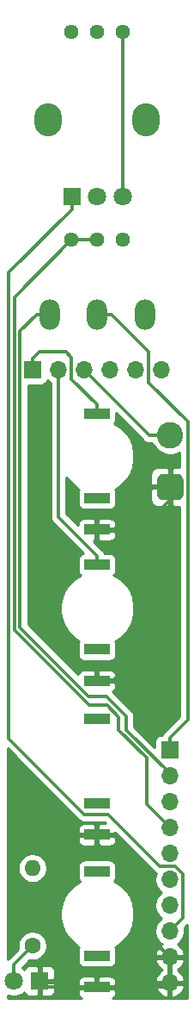
<source format=gbl>
G04 #@! TF.GenerationSoftware,KiCad,Pcbnew,(5.1.5-0-10_14)*
G04 #@! TF.CreationDate,2020-10-09T22:17:27-04:00*
G04 #@! TF.ProjectId,AYOM - VCA Control Board,41594f4d-202d-4205-9643-4120436f6e74,1.1*
G04 #@! TF.SameCoordinates,Original*
G04 #@! TF.FileFunction,Copper,L2,Bot*
G04 #@! TF.FilePolarity,Positive*
%FSLAX46Y46*%
G04 Gerber Fmt 4.6, Leading zero omitted, Abs format (unit mm)*
G04 Created by KiCad (PCBNEW (5.1.5-0-10_14)) date 2020-10-09 22:17:27*
%MOMM*%
%LPD*%
G04 APERTURE LIST*
%ADD10R,1.700000X1.700000*%
%ADD11O,1.700000X1.700000*%
%ADD12C,1.440000*%
%ADD13R,1.800000X1.800000*%
%ADD14C,1.800000*%
%ADD15O,2.720000X3.240000*%
%ADD16C,0.100000*%
%ADD17C,2.600000*%
%ADD18O,2.000000X3.000000*%
%ADD19R,2.500000X1.000000*%
%ADD20C,1.600000*%
%ADD21O,1.600000X1.600000*%
%ADD22C,0.300000*%
%ADD23C,0.254000*%
G04 APERTURE END LIST*
D10*
X79150000Y-90614500D03*
D11*
X81690000Y-90614500D03*
X84230000Y-90614500D03*
X86770000Y-90614500D03*
X89310000Y-90614500D03*
X91850000Y-90614500D03*
D10*
X92646500Y-127965000D03*
D11*
X92646500Y-130505000D03*
X92646500Y-133045000D03*
X92646500Y-135585000D03*
X92646500Y-138125000D03*
X92646500Y-140665000D03*
X92646500Y-143205000D03*
X92646500Y-145745000D03*
X92646500Y-148285000D03*
X92646500Y-150825000D03*
D12*
X88030000Y-77851000D03*
X85490000Y-77851000D03*
X82950000Y-77851000D03*
X88050000Y-57404000D03*
X85510000Y-57404000D03*
X82970000Y-57404000D03*
D13*
X83000000Y-73556000D03*
D14*
X85500000Y-73556000D03*
X88000000Y-73556000D03*
D15*
X90300000Y-66056000D03*
X80700000Y-66056000D03*
G04 #@! TA.AperFunction,ComponentPad*
D16*
G36*
X93423711Y-100811130D02*
G01*
X93486809Y-100820490D01*
X93548685Y-100835989D01*
X93608744Y-100857478D01*
X93666408Y-100884751D01*
X93721121Y-100917545D01*
X93772356Y-100955543D01*
X93819619Y-100998381D01*
X93862457Y-101045644D01*
X93900455Y-101096879D01*
X93933249Y-101151592D01*
X93960522Y-101209256D01*
X93982011Y-101269315D01*
X93997510Y-101331191D01*
X94006870Y-101394289D01*
X94010000Y-101458000D01*
X94010000Y-102758000D01*
X94006870Y-102821711D01*
X93997510Y-102884809D01*
X93982011Y-102946685D01*
X93960522Y-103006744D01*
X93933249Y-103064408D01*
X93900455Y-103119121D01*
X93862457Y-103170356D01*
X93819619Y-103217619D01*
X93772356Y-103260457D01*
X93721121Y-103298455D01*
X93666408Y-103331249D01*
X93608744Y-103358522D01*
X93548685Y-103380011D01*
X93486809Y-103395510D01*
X93423711Y-103404870D01*
X93360000Y-103408000D01*
X92060000Y-103408000D01*
X91996289Y-103404870D01*
X91933191Y-103395510D01*
X91871315Y-103380011D01*
X91811256Y-103358522D01*
X91753592Y-103331249D01*
X91698879Y-103298455D01*
X91647644Y-103260457D01*
X91600381Y-103217619D01*
X91557543Y-103170356D01*
X91519545Y-103119121D01*
X91486751Y-103064408D01*
X91459478Y-103006744D01*
X91437989Y-102946685D01*
X91422490Y-102884809D01*
X91413130Y-102821711D01*
X91410000Y-102758000D01*
X91410000Y-101458000D01*
X91413130Y-101394289D01*
X91422490Y-101331191D01*
X91437989Y-101269315D01*
X91459478Y-101209256D01*
X91486751Y-101151592D01*
X91519545Y-101096879D01*
X91557543Y-101045644D01*
X91600381Y-100998381D01*
X91647644Y-100955543D01*
X91698879Y-100917545D01*
X91753592Y-100884751D01*
X91811256Y-100857478D01*
X91871315Y-100835989D01*
X91933191Y-100820490D01*
X91996289Y-100811130D01*
X92060000Y-100808000D01*
X93360000Y-100808000D01*
X93423711Y-100811130D01*
G37*
G04 #@! TD.AperFunction*
D17*
X92710000Y-97028000D03*
D18*
X80822800Y-85189800D03*
X85522800Y-85189800D03*
X90222800Y-85189800D03*
D19*
X85471000Y-94902000D03*
X85471000Y-103202000D03*
X85471000Y-106302000D03*
X85471000Y-109761000D03*
X85471000Y-118061000D03*
X85471000Y-121161000D03*
X85471000Y-124874000D03*
X85471000Y-133174000D03*
X85471000Y-136274000D03*
X85471000Y-139860000D03*
X85471000Y-148160000D03*
X85471000Y-151260000D03*
D13*
X79814000Y-150633000D03*
D14*
X77274000Y-150633000D03*
D20*
X79114000Y-147183000D03*
D21*
X79114000Y-139563000D03*
D22*
X87021000Y-121161000D02*
X92710000Y-115472000D01*
X85471000Y-121161000D02*
X87021000Y-121161000D01*
X92710000Y-115472000D02*
X92710000Y-103408000D01*
X87021000Y-106302000D02*
X85471000Y-106302000D01*
X89816000Y-106302000D02*
X87021000Y-106302000D01*
X92710000Y-103408000D02*
X89816000Y-106302000D01*
X92710000Y-102108000D02*
X92710000Y-103408000D01*
X85471000Y-137074000D02*
X89814000Y-141417000D01*
X85471000Y-136274000D02*
X85471000Y-137074000D01*
X89814000Y-145452500D02*
X92646500Y-148285000D01*
X89814000Y-141417000D02*
X89814000Y-145452500D01*
X92211500Y-151260000D02*
X92646500Y-150825000D01*
X85471000Y-151260000D02*
X92211500Y-151260000D01*
X80441000Y-151260000D02*
X79814000Y-150633000D01*
X85471000Y-151260000D02*
X80441000Y-151260000D01*
X79150000Y-89464500D02*
X79150000Y-90614500D01*
X79781500Y-88833000D02*
X79150000Y-89464500D01*
X82414000Y-88833000D02*
X79781500Y-88833000D01*
X82960000Y-89379000D02*
X82414000Y-88833000D01*
X82960000Y-91490700D02*
X82960000Y-89379000D01*
X85471000Y-94001700D02*
X82960000Y-91490700D01*
X85471000Y-94902000D02*
X85471000Y-94001700D01*
X85471000Y-109761000D02*
X85471000Y-108860700D01*
X85471000Y-108860700D02*
X81690000Y-105079700D01*
X81690000Y-105079700D02*
X81690000Y-90614500D01*
X90643500Y-97028000D02*
X84230000Y-90614500D01*
X92710000Y-97028000D02*
X90643500Y-97028000D01*
X92646500Y-127965000D02*
X92646500Y-126714700D01*
X85522800Y-85189800D02*
X86923100Y-85189800D01*
X86923100Y-85189800D02*
X90580000Y-88846700D01*
X90580000Y-88846700D02*
X90580000Y-91869800D01*
X90580000Y-91869800D02*
X94427500Y-95717300D01*
X94427500Y-95717300D02*
X94427500Y-124933700D01*
X94427500Y-124933700D02*
X92646500Y-126714700D01*
X77899700Y-86812900D02*
X79522800Y-85189800D01*
X79522800Y-85189800D02*
X80822800Y-85189800D01*
X77899700Y-115931300D02*
X77899700Y-86812900D01*
X84658300Y-122689900D02*
X77899700Y-115931300D01*
X86412500Y-122689900D02*
X84658300Y-122689900D01*
X88375700Y-124653100D02*
X86412500Y-122689900D01*
X88375700Y-125973700D02*
X88375700Y-124653100D01*
X92646500Y-130244500D02*
X92646500Y-130505000D01*
X88375700Y-125973700D02*
X92646500Y-130244500D01*
X82950000Y-77851000D02*
X77349400Y-83451600D01*
X77349400Y-83451600D02*
X77349400Y-116172800D01*
X77349400Y-116172800D02*
X84691800Y-123515200D01*
X84691800Y-123515200D02*
X86459600Y-123515200D01*
X86459600Y-123515200D02*
X87630800Y-124686400D01*
X87630800Y-124686400D02*
X87630800Y-126007200D01*
X82950000Y-77851000D02*
X85490000Y-77851000D01*
X87630800Y-126007200D02*
X90364000Y-128740400D01*
X90364000Y-133302500D02*
X92646500Y-135585000D01*
X90364000Y-128740400D02*
X90364000Y-133302500D01*
X88000000Y-73556000D02*
X88000000Y-57454000D01*
X88000000Y-57454000D02*
X88050000Y-57404000D01*
X93936100Y-140119800D02*
X93936100Y-144455400D01*
X93211300Y-139395000D02*
X93936100Y-140119800D01*
X93936100Y-144455400D02*
X92646500Y-145745000D01*
X91702800Y-139395000D02*
X93211300Y-139395000D01*
X84214100Y-134254100D02*
X86561900Y-134254100D01*
X76799000Y-126839000D02*
X84214100Y-134254100D01*
X76799000Y-81057300D02*
X76799000Y-126839000D01*
X86561900Y-134254100D02*
X91702800Y-139395000D01*
X83000000Y-74856300D02*
X76799000Y-81057300D01*
X83000000Y-73556000D02*
X83000000Y-74856300D01*
X77274000Y-149023000D02*
X79114000Y-147183000D01*
X77274000Y-150633000D02*
X77274000Y-149023000D01*
D23*
G36*
X83631758Y-134781916D02*
G01*
X83656336Y-134811864D01*
X83686284Y-134836442D01*
X83686287Y-134836445D01*
X83715659Y-134860550D01*
X83775867Y-134909962D01*
X83912240Y-134982854D01*
X84060213Y-135027742D01*
X84135126Y-135035120D01*
X84175539Y-135039100D01*
X84175544Y-135039100D01*
X84214100Y-135042897D01*
X84252655Y-135039100D01*
X86236743Y-135039100D01*
X86334801Y-135137158D01*
X85756750Y-135139000D01*
X85598000Y-135297750D01*
X85598000Y-136147000D01*
X87197250Y-136147000D01*
X87270947Y-136073304D01*
X91120453Y-139922810D01*
X91145036Y-139952764D01*
X91264567Y-140050862D01*
X91288282Y-140063538D01*
X91218568Y-140231842D01*
X91161500Y-140518740D01*
X91161500Y-140811260D01*
X91218568Y-141098158D01*
X91330510Y-141368411D01*
X91493025Y-141611632D01*
X91699868Y-141818475D01*
X91874260Y-141935000D01*
X91699868Y-142051525D01*
X91493025Y-142258368D01*
X91330510Y-142501589D01*
X91218568Y-142771842D01*
X91161500Y-143058740D01*
X91161500Y-143351260D01*
X91218568Y-143638158D01*
X91330510Y-143908411D01*
X91493025Y-144151632D01*
X91699868Y-144358475D01*
X91874260Y-144475000D01*
X91699868Y-144591525D01*
X91493025Y-144798368D01*
X91330510Y-145041589D01*
X91218568Y-145311842D01*
X91161500Y-145598740D01*
X91161500Y-145891260D01*
X91218568Y-146178158D01*
X91330510Y-146448411D01*
X91493025Y-146691632D01*
X91699868Y-146898475D01*
X91882034Y-147020195D01*
X91765145Y-147089822D01*
X91548912Y-147284731D01*
X91374859Y-147518080D01*
X91249675Y-147780901D01*
X91205024Y-147928110D01*
X91326345Y-148158000D01*
X92519500Y-148158000D01*
X92519500Y-148138000D01*
X92773500Y-148138000D01*
X92773500Y-148158000D01*
X93966655Y-148158000D01*
X94087976Y-147928110D01*
X94043325Y-147780901D01*
X93918141Y-147518080D01*
X93744088Y-147284731D01*
X93527855Y-147089822D01*
X93410966Y-147020195D01*
X93593132Y-146898475D01*
X93799975Y-146691632D01*
X93962490Y-146448411D01*
X94074432Y-146178158D01*
X94131500Y-145891260D01*
X94131500Y-145598740D01*
X94093575Y-145408082D01*
X94340001Y-145161656D01*
X94340001Y-152340000D01*
X86982957Y-152340000D01*
X87075494Y-152290537D01*
X87172185Y-152211185D01*
X87251537Y-152114494D01*
X87310502Y-152004180D01*
X87346812Y-151884482D01*
X87359072Y-151760000D01*
X87356000Y-151545750D01*
X87197250Y-151387000D01*
X85598000Y-151387000D01*
X85598000Y-151407000D01*
X85344000Y-151407000D01*
X85344000Y-151387000D01*
X83744750Y-151387000D01*
X83586000Y-151545750D01*
X83582928Y-151760000D01*
X83595188Y-151884482D01*
X83631498Y-152004180D01*
X83690463Y-152114494D01*
X83769815Y-152211185D01*
X83866506Y-152290537D01*
X83959043Y-152340000D01*
X76660000Y-152340000D01*
X76660000Y-152040145D01*
X76826257Y-152109011D01*
X77122816Y-152168000D01*
X77425184Y-152168000D01*
X77721743Y-152109011D01*
X78001095Y-151993299D01*
X78252505Y-151825312D01*
X78318944Y-151758873D01*
X78324498Y-151777180D01*
X78383463Y-151887494D01*
X78462815Y-151984185D01*
X78559506Y-152063537D01*
X78669820Y-152122502D01*
X78789518Y-152158812D01*
X78914000Y-152171072D01*
X79528250Y-152168000D01*
X79687000Y-152009250D01*
X79687000Y-150760000D01*
X79941000Y-150760000D01*
X79941000Y-152009250D01*
X80099750Y-152168000D01*
X80714000Y-152171072D01*
X80838482Y-152158812D01*
X80958180Y-152122502D01*
X81068494Y-152063537D01*
X81165185Y-151984185D01*
X81244537Y-151887494D01*
X81303502Y-151777180D01*
X81339812Y-151657482D01*
X81352072Y-151533000D01*
X81350317Y-151181890D01*
X91205024Y-151181890D01*
X91249675Y-151329099D01*
X91374859Y-151591920D01*
X91548912Y-151825269D01*
X91765145Y-152020178D01*
X92015248Y-152169157D01*
X92289609Y-152266481D01*
X92519500Y-152145814D01*
X92519500Y-150952000D01*
X92773500Y-150952000D01*
X92773500Y-152145814D01*
X93003391Y-152266481D01*
X93277752Y-152169157D01*
X93527855Y-152020178D01*
X93744088Y-151825269D01*
X93918141Y-151591920D01*
X94043325Y-151329099D01*
X94087976Y-151181890D01*
X93966655Y-150952000D01*
X92773500Y-150952000D01*
X92519500Y-150952000D01*
X91326345Y-150952000D01*
X91205024Y-151181890D01*
X81350317Y-151181890D01*
X81349000Y-150918750D01*
X81190250Y-150760000D01*
X83582928Y-150760000D01*
X83586000Y-150974250D01*
X83744750Y-151133000D01*
X85344000Y-151133000D01*
X85344000Y-150283750D01*
X85598000Y-150283750D01*
X85598000Y-151133000D01*
X87197250Y-151133000D01*
X87356000Y-150974250D01*
X87359072Y-150760000D01*
X87346812Y-150635518D01*
X87310502Y-150515820D01*
X87251537Y-150405506D01*
X87172185Y-150308815D01*
X87075494Y-150229463D01*
X86965180Y-150170498D01*
X86845482Y-150134188D01*
X86721000Y-150121928D01*
X85756750Y-150125000D01*
X85598000Y-150283750D01*
X85344000Y-150283750D01*
X85185250Y-150125000D01*
X84221000Y-150121928D01*
X84096518Y-150134188D01*
X83976820Y-150170498D01*
X83866506Y-150229463D01*
X83769815Y-150308815D01*
X83690463Y-150405506D01*
X83631498Y-150515820D01*
X83595188Y-150635518D01*
X83582928Y-150760000D01*
X81190250Y-150760000D01*
X79941000Y-150760000D01*
X79687000Y-150760000D01*
X79667000Y-150760000D01*
X79667000Y-150506000D01*
X79687000Y-150506000D01*
X79687000Y-149256750D01*
X79941000Y-149256750D01*
X79941000Y-150506000D01*
X81190250Y-150506000D01*
X81349000Y-150347250D01*
X81352072Y-149733000D01*
X81339812Y-149608518D01*
X81303502Y-149488820D01*
X81244537Y-149378506D01*
X81165185Y-149281815D01*
X81068494Y-149202463D01*
X80958180Y-149143498D01*
X80838482Y-149107188D01*
X80714000Y-149094928D01*
X80099750Y-149098000D01*
X79941000Y-149256750D01*
X79687000Y-149256750D01*
X79528250Y-149098000D01*
X78914000Y-149094928D01*
X78789518Y-149107188D01*
X78669820Y-149143498D01*
X78559506Y-149202463D01*
X78462815Y-149281815D01*
X78383463Y-149378506D01*
X78324498Y-149488820D01*
X78318944Y-149507127D01*
X78252505Y-149440688D01*
X78081039Y-149326118D01*
X78819604Y-148587554D01*
X78972665Y-148618000D01*
X79255335Y-148618000D01*
X79532574Y-148562853D01*
X79793727Y-148454680D01*
X80028759Y-148297637D01*
X80228637Y-148097759D01*
X80385680Y-147862727D01*
X80493853Y-147601574D01*
X80549000Y-147324335D01*
X80549000Y-147041665D01*
X80493853Y-146764426D01*
X80385680Y-146503273D01*
X80228637Y-146268241D01*
X80028759Y-146068363D01*
X79793727Y-145911320D01*
X79532574Y-145803147D01*
X79255335Y-145748000D01*
X78972665Y-145748000D01*
X78695426Y-145803147D01*
X78434273Y-145911320D01*
X78199241Y-146068363D01*
X77999363Y-146268241D01*
X77842320Y-146503273D01*
X77734147Y-146764426D01*
X77679000Y-147041665D01*
X77679000Y-147324335D01*
X77709446Y-147477396D01*
X76746185Y-148440658D01*
X76716237Y-148465236D01*
X76691659Y-148495184D01*
X76691655Y-148495188D01*
X76660000Y-148533760D01*
X76660000Y-143737264D01*
X81836653Y-143737264D01*
X81836653Y-144458880D01*
X81977434Y-145166631D01*
X82253584Y-145833317D01*
X82654493Y-146433319D01*
X83164753Y-146943579D01*
X83696112Y-147298622D01*
X83690463Y-147305506D01*
X83631498Y-147415820D01*
X83595188Y-147535518D01*
X83582928Y-147660000D01*
X83582928Y-148660000D01*
X83595188Y-148784482D01*
X83631498Y-148904180D01*
X83690463Y-149014494D01*
X83769815Y-149111185D01*
X83866506Y-149190537D01*
X83976820Y-149249502D01*
X84096518Y-149285812D01*
X84221000Y-149298072D01*
X86721000Y-149298072D01*
X86845482Y-149285812D01*
X86965180Y-149249502D01*
X87075494Y-149190537D01*
X87172185Y-149111185D01*
X87251537Y-149014494D01*
X87310502Y-148904180D01*
X87346812Y-148784482D01*
X87359072Y-148660000D01*
X87359072Y-148641890D01*
X91205024Y-148641890D01*
X91249675Y-148789099D01*
X91374859Y-149051920D01*
X91548912Y-149285269D01*
X91765145Y-149480178D01*
X91890755Y-149555000D01*
X91765145Y-149629822D01*
X91548912Y-149824731D01*
X91374859Y-150058080D01*
X91249675Y-150320901D01*
X91205024Y-150468110D01*
X91326345Y-150698000D01*
X92519500Y-150698000D01*
X92519500Y-148412000D01*
X92773500Y-148412000D01*
X92773500Y-150698000D01*
X93966655Y-150698000D01*
X94087976Y-150468110D01*
X94043325Y-150320901D01*
X93918141Y-150058080D01*
X93744088Y-149824731D01*
X93527855Y-149629822D01*
X93402245Y-149555000D01*
X93527855Y-149480178D01*
X93744088Y-149285269D01*
X93918141Y-149051920D01*
X94043325Y-148789099D01*
X94087976Y-148641890D01*
X93966655Y-148412000D01*
X92773500Y-148412000D01*
X92519500Y-148412000D01*
X91326345Y-148412000D01*
X91205024Y-148641890D01*
X87359072Y-148641890D01*
X87359072Y-147660000D01*
X87346812Y-147535518D01*
X87310502Y-147415820D01*
X87262603Y-147326208D01*
X87835247Y-146943579D01*
X88345507Y-146433319D01*
X88746416Y-145833317D01*
X89022566Y-145166631D01*
X89163347Y-144458880D01*
X89163347Y-143737264D01*
X89022566Y-143029513D01*
X88746416Y-142362827D01*
X88345507Y-141762825D01*
X87835247Y-141252565D01*
X87235245Y-140851656D01*
X87160564Y-140820722D01*
X87172185Y-140811185D01*
X87251537Y-140714494D01*
X87310502Y-140604180D01*
X87346812Y-140484482D01*
X87359072Y-140360000D01*
X87359072Y-139360000D01*
X87346812Y-139235518D01*
X87310502Y-139115820D01*
X87251537Y-139005506D01*
X87172185Y-138908815D01*
X87075494Y-138829463D01*
X86965180Y-138770498D01*
X86845482Y-138734188D01*
X86721000Y-138721928D01*
X84221000Y-138721928D01*
X84096518Y-138734188D01*
X83976820Y-138770498D01*
X83866506Y-138829463D01*
X83769815Y-138908815D01*
X83690463Y-139005506D01*
X83631498Y-139115820D01*
X83595188Y-139235518D01*
X83582928Y-139360000D01*
X83582928Y-140360000D01*
X83595188Y-140484482D01*
X83631498Y-140604180D01*
X83690463Y-140714494D01*
X83769815Y-140811185D01*
X83800891Y-140836688D01*
X83764755Y-140851656D01*
X83164753Y-141252565D01*
X82654493Y-141762825D01*
X82253584Y-142362827D01*
X81977434Y-143029513D01*
X81836653Y-143737264D01*
X76660000Y-143737264D01*
X76660000Y-139421665D01*
X77679000Y-139421665D01*
X77679000Y-139704335D01*
X77734147Y-139981574D01*
X77842320Y-140242727D01*
X77999363Y-140477759D01*
X78199241Y-140677637D01*
X78434273Y-140834680D01*
X78695426Y-140942853D01*
X78972665Y-140998000D01*
X79255335Y-140998000D01*
X79532574Y-140942853D01*
X79793727Y-140834680D01*
X80028759Y-140677637D01*
X80228637Y-140477759D01*
X80385680Y-140242727D01*
X80493853Y-139981574D01*
X80549000Y-139704335D01*
X80549000Y-139421665D01*
X80493853Y-139144426D01*
X80385680Y-138883273D01*
X80228637Y-138648241D01*
X80028759Y-138448363D01*
X79793727Y-138291320D01*
X79532574Y-138183147D01*
X79255335Y-138128000D01*
X78972665Y-138128000D01*
X78695426Y-138183147D01*
X78434273Y-138291320D01*
X78199241Y-138448363D01*
X77999363Y-138648241D01*
X77842320Y-138883273D01*
X77734147Y-139144426D01*
X77679000Y-139421665D01*
X76660000Y-139421665D01*
X76660000Y-136774000D01*
X83582928Y-136774000D01*
X83595188Y-136898482D01*
X83631498Y-137018180D01*
X83690463Y-137128494D01*
X83769815Y-137225185D01*
X83866506Y-137304537D01*
X83976820Y-137363502D01*
X84096518Y-137399812D01*
X84221000Y-137412072D01*
X85185250Y-137409000D01*
X85344000Y-137250250D01*
X85344000Y-136401000D01*
X85598000Y-136401000D01*
X85598000Y-137250250D01*
X85756750Y-137409000D01*
X86721000Y-137412072D01*
X86845482Y-137399812D01*
X86965180Y-137363502D01*
X87075494Y-137304537D01*
X87172185Y-137225185D01*
X87251537Y-137128494D01*
X87310502Y-137018180D01*
X87346812Y-136898482D01*
X87359072Y-136774000D01*
X87356000Y-136559750D01*
X87197250Y-136401000D01*
X85598000Y-136401000D01*
X85344000Y-136401000D01*
X83744750Y-136401000D01*
X83586000Y-136559750D01*
X83582928Y-136774000D01*
X76660000Y-136774000D01*
X76660000Y-135774000D01*
X83582928Y-135774000D01*
X83586000Y-135988250D01*
X83744750Y-136147000D01*
X85344000Y-136147000D01*
X85344000Y-135297750D01*
X85185250Y-135139000D01*
X84221000Y-135135928D01*
X84096518Y-135148188D01*
X83976820Y-135184498D01*
X83866506Y-135243463D01*
X83769815Y-135322815D01*
X83690463Y-135419506D01*
X83631498Y-135529820D01*
X83595188Y-135649518D01*
X83582928Y-135774000D01*
X76660000Y-135774000D01*
X76660000Y-127810157D01*
X83631758Y-134781916D01*
G37*
X83631758Y-134781916D02*
X83656336Y-134811864D01*
X83686284Y-134836442D01*
X83686287Y-134836445D01*
X83715659Y-134860550D01*
X83775867Y-134909962D01*
X83912240Y-134982854D01*
X84060213Y-135027742D01*
X84135126Y-135035120D01*
X84175539Y-135039100D01*
X84175544Y-135039100D01*
X84214100Y-135042897D01*
X84252655Y-135039100D01*
X86236743Y-135039100D01*
X86334801Y-135137158D01*
X85756750Y-135139000D01*
X85598000Y-135297750D01*
X85598000Y-136147000D01*
X87197250Y-136147000D01*
X87270947Y-136073304D01*
X91120453Y-139922810D01*
X91145036Y-139952764D01*
X91264567Y-140050862D01*
X91288282Y-140063538D01*
X91218568Y-140231842D01*
X91161500Y-140518740D01*
X91161500Y-140811260D01*
X91218568Y-141098158D01*
X91330510Y-141368411D01*
X91493025Y-141611632D01*
X91699868Y-141818475D01*
X91874260Y-141935000D01*
X91699868Y-142051525D01*
X91493025Y-142258368D01*
X91330510Y-142501589D01*
X91218568Y-142771842D01*
X91161500Y-143058740D01*
X91161500Y-143351260D01*
X91218568Y-143638158D01*
X91330510Y-143908411D01*
X91493025Y-144151632D01*
X91699868Y-144358475D01*
X91874260Y-144475000D01*
X91699868Y-144591525D01*
X91493025Y-144798368D01*
X91330510Y-145041589D01*
X91218568Y-145311842D01*
X91161500Y-145598740D01*
X91161500Y-145891260D01*
X91218568Y-146178158D01*
X91330510Y-146448411D01*
X91493025Y-146691632D01*
X91699868Y-146898475D01*
X91882034Y-147020195D01*
X91765145Y-147089822D01*
X91548912Y-147284731D01*
X91374859Y-147518080D01*
X91249675Y-147780901D01*
X91205024Y-147928110D01*
X91326345Y-148158000D01*
X92519500Y-148158000D01*
X92519500Y-148138000D01*
X92773500Y-148138000D01*
X92773500Y-148158000D01*
X93966655Y-148158000D01*
X94087976Y-147928110D01*
X94043325Y-147780901D01*
X93918141Y-147518080D01*
X93744088Y-147284731D01*
X93527855Y-147089822D01*
X93410966Y-147020195D01*
X93593132Y-146898475D01*
X93799975Y-146691632D01*
X93962490Y-146448411D01*
X94074432Y-146178158D01*
X94131500Y-145891260D01*
X94131500Y-145598740D01*
X94093575Y-145408082D01*
X94340001Y-145161656D01*
X94340001Y-152340000D01*
X86982957Y-152340000D01*
X87075494Y-152290537D01*
X87172185Y-152211185D01*
X87251537Y-152114494D01*
X87310502Y-152004180D01*
X87346812Y-151884482D01*
X87359072Y-151760000D01*
X87356000Y-151545750D01*
X87197250Y-151387000D01*
X85598000Y-151387000D01*
X85598000Y-151407000D01*
X85344000Y-151407000D01*
X85344000Y-151387000D01*
X83744750Y-151387000D01*
X83586000Y-151545750D01*
X83582928Y-151760000D01*
X83595188Y-151884482D01*
X83631498Y-152004180D01*
X83690463Y-152114494D01*
X83769815Y-152211185D01*
X83866506Y-152290537D01*
X83959043Y-152340000D01*
X76660000Y-152340000D01*
X76660000Y-152040145D01*
X76826257Y-152109011D01*
X77122816Y-152168000D01*
X77425184Y-152168000D01*
X77721743Y-152109011D01*
X78001095Y-151993299D01*
X78252505Y-151825312D01*
X78318944Y-151758873D01*
X78324498Y-151777180D01*
X78383463Y-151887494D01*
X78462815Y-151984185D01*
X78559506Y-152063537D01*
X78669820Y-152122502D01*
X78789518Y-152158812D01*
X78914000Y-152171072D01*
X79528250Y-152168000D01*
X79687000Y-152009250D01*
X79687000Y-150760000D01*
X79941000Y-150760000D01*
X79941000Y-152009250D01*
X80099750Y-152168000D01*
X80714000Y-152171072D01*
X80838482Y-152158812D01*
X80958180Y-152122502D01*
X81068494Y-152063537D01*
X81165185Y-151984185D01*
X81244537Y-151887494D01*
X81303502Y-151777180D01*
X81339812Y-151657482D01*
X81352072Y-151533000D01*
X81350317Y-151181890D01*
X91205024Y-151181890D01*
X91249675Y-151329099D01*
X91374859Y-151591920D01*
X91548912Y-151825269D01*
X91765145Y-152020178D01*
X92015248Y-152169157D01*
X92289609Y-152266481D01*
X92519500Y-152145814D01*
X92519500Y-150952000D01*
X92773500Y-150952000D01*
X92773500Y-152145814D01*
X93003391Y-152266481D01*
X93277752Y-152169157D01*
X93527855Y-152020178D01*
X93744088Y-151825269D01*
X93918141Y-151591920D01*
X94043325Y-151329099D01*
X94087976Y-151181890D01*
X93966655Y-150952000D01*
X92773500Y-150952000D01*
X92519500Y-150952000D01*
X91326345Y-150952000D01*
X91205024Y-151181890D01*
X81350317Y-151181890D01*
X81349000Y-150918750D01*
X81190250Y-150760000D01*
X83582928Y-150760000D01*
X83586000Y-150974250D01*
X83744750Y-151133000D01*
X85344000Y-151133000D01*
X85344000Y-150283750D01*
X85598000Y-150283750D01*
X85598000Y-151133000D01*
X87197250Y-151133000D01*
X87356000Y-150974250D01*
X87359072Y-150760000D01*
X87346812Y-150635518D01*
X87310502Y-150515820D01*
X87251537Y-150405506D01*
X87172185Y-150308815D01*
X87075494Y-150229463D01*
X86965180Y-150170498D01*
X86845482Y-150134188D01*
X86721000Y-150121928D01*
X85756750Y-150125000D01*
X85598000Y-150283750D01*
X85344000Y-150283750D01*
X85185250Y-150125000D01*
X84221000Y-150121928D01*
X84096518Y-150134188D01*
X83976820Y-150170498D01*
X83866506Y-150229463D01*
X83769815Y-150308815D01*
X83690463Y-150405506D01*
X83631498Y-150515820D01*
X83595188Y-150635518D01*
X83582928Y-150760000D01*
X81190250Y-150760000D01*
X79941000Y-150760000D01*
X79687000Y-150760000D01*
X79667000Y-150760000D01*
X79667000Y-150506000D01*
X79687000Y-150506000D01*
X79687000Y-149256750D01*
X79941000Y-149256750D01*
X79941000Y-150506000D01*
X81190250Y-150506000D01*
X81349000Y-150347250D01*
X81352072Y-149733000D01*
X81339812Y-149608518D01*
X81303502Y-149488820D01*
X81244537Y-149378506D01*
X81165185Y-149281815D01*
X81068494Y-149202463D01*
X80958180Y-149143498D01*
X80838482Y-149107188D01*
X80714000Y-149094928D01*
X80099750Y-149098000D01*
X79941000Y-149256750D01*
X79687000Y-149256750D01*
X79528250Y-149098000D01*
X78914000Y-149094928D01*
X78789518Y-149107188D01*
X78669820Y-149143498D01*
X78559506Y-149202463D01*
X78462815Y-149281815D01*
X78383463Y-149378506D01*
X78324498Y-149488820D01*
X78318944Y-149507127D01*
X78252505Y-149440688D01*
X78081039Y-149326118D01*
X78819604Y-148587554D01*
X78972665Y-148618000D01*
X79255335Y-148618000D01*
X79532574Y-148562853D01*
X79793727Y-148454680D01*
X80028759Y-148297637D01*
X80228637Y-148097759D01*
X80385680Y-147862727D01*
X80493853Y-147601574D01*
X80549000Y-147324335D01*
X80549000Y-147041665D01*
X80493853Y-146764426D01*
X80385680Y-146503273D01*
X80228637Y-146268241D01*
X80028759Y-146068363D01*
X79793727Y-145911320D01*
X79532574Y-145803147D01*
X79255335Y-145748000D01*
X78972665Y-145748000D01*
X78695426Y-145803147D01*
X78434273Y-145911320D01*
X78199241Y-146068363D01*
X77999363Y-146268241D01*
X77842320Y-146503273D01*
X77734147Y-146764426D01*
X77679000Y-147041665D01*
X77679000Y-147324335D01*
X77709446Y-147477396D01*
X76746185Y-148440658D01*
X76716237Y-148465236D01*
X76691659Y-148495184D01*
X76691655Y-148495188D01*
X76660000Y-148533760D01*
X76660000Y-143737264D01*
X81836653Y-143737264D01*
X81836653Y-144458880D01*
X81977434Y-145166631D01*
X82253584Y-145833317D01*
X82654493Y-146433319D01*
X83164753Y-146943579D01*
X83696112Y-147298622D01*
X83690463Y-147305506D01*
X83631498Y-147415820D01*
X83595188Y-147535518D01*
X83582928Y-147660000D01*
X83582928Y-148660000D01*
X83595188Y-148784482D01*
X83631498Y-148904180D01*
X83690463Y-149014494D01*
X83769815Y-149111185D01*
X83866506Y-149190537D01*
X83976820Y-149249502D01*
X84096518Y-149285812D01*
X84221000Y-149298072D01*
X86721000Y-149298072D01*
X86845482Y-149285812D01*
X86965180Y-149249502D01*
X87075494Y-149190537D01*
X87172185Y-149111185D01*
X87251537Y-149014494D01*
X87310502Y-148904180D01*
X87346812Y-148784482D01*
X87359072Y-148660000D01*
X87359072Y-148641890D01*
X91205024Y-148641890D01*
X91249675Y-148789099D01*
X91374859Y-149051920D01*
X91548912Y-149285269D01*
X91765145Y-149480178D01*
X91890755Y-149555000D01*
X91765145Y-149629822D01*
X91548912Y-149824731D01*
X91374859Y-150058080D01*
X91249675Y-150320901D01*
X91205024Y-150468110D01*
X91326345Y-150698000D01*
X92519500Y-150698000D01*
X92519500Y-148412000D01*
X92773500Y-148412000D01*
X92773500Y-150698000D01*
X93966655Y-150698000D01*
X94087976Y-150468110D01*
X94043325Y-150320901D01*
X93918141Y-150058080D01*
X93744088Y-149824731D01*
X93527855Y-149629822D01*
X93402245Y-149555000D01*
X93527855Y-149480178D01*
X93744088Y-149285269D01*
X93918141Y-149051920D01*
X94043325Y-148789099D01*
X94087976Y-148641890D01*
X93966655Y-148412000D01*
X92773500Y-148412000D01*
X92519500Y-148412000D01*
X91326345Y-148412000D01*
X91205024Y-148641890D01*
X87359072Y-148641890D01*
X87359072Y-147660000D01*
X87346812Y-147535518D01*
X87310502Y-147415820D01*
X87262603Y-147326208D01*
X87835247Y-146943579D01*
X88345507Y-146433319D01*
X88746416Y-145833317D01*
X89022566Y-145166631D01*
X89163347Y-144458880D01*
X89163347Y-143737264D01*
X89022566Y-143029513D01*
X88746416Y-142362827D01*
X88345507Y-141762825D01*
X87835247Y-141252565D01*
X87235245Y-140851656D01*
X87160564Y-140820722D01*
X87172185Y-140811185D01*
X87251537Y-140714494D01*
X87310502Y-140604180D01*
X87346812Y-140484482D01*
X87359072Y-140360000D01*
X87359072Y-139360000D01*
X87346812Y-139235518D01*
X87310502Y-139115820D01*
X87251537Y-139005506D01*
X87172185Y-138908815D01*
X87075494Y-138829463D01*
X86965180Y-138770498D01*
X86845482Y-138734188D01*
X86721000Y-138721928D01*
X84221000Y-138721928D01*
X84096518Y-138734188D01*
X83976820Y-138770498D01*
X83866506Y-138829463D01*
X83769815Y-138908815D01*
X83690463Y-139005506D01*
X83631498Y-139115820D01*
X83595188Y-139235518D01*
X83582928Y-139360000D01*
X83582928Y-140360000D01*
X83595188Y-140484482D01*
X83631498Y-140604180D01*
X83690463Y-140714494D01*
X83769815Y-140811185D01*
X83800891Y-140836688D01*
X83764755Y-140851656D01*
X83164753Y-141252565D01*
X82654493Y-141762825D01*
X82253584Y-142362827D01*
X81977434Y-143029513D01*
X81836653Y-143737264D01*
X76660000Y-143737264D01*
X76660000Y-139421665D01*
X77679000Y-139421665D01*
X77679000Y-139704335D01*
X77734147Y-139981574D01*
X77842320Y-140242727D01*
X77999363Y-140477759D01*
X78199241Y-140677637D01*
X78434273Y-140834680D01*
X78695426Y-140942853D01*
X78972665Y-140998000D01*
X79255335Y-140998000D01*
X79532574Y-140942853D01*
X79793727Y-140834680D01*
X80028759Y-140677637D01*
X80228637Y-140477759D01*
X80385680Y-140242727D01*
X80493853Y-139981574D01*
X80549000Y-139704335D01*
X80549000Y-139421665D01*
X80493853Y-139144426D01*
X80385680Y-138883273D01*
X80228637Y-138648241D01*
X80028759Y-138448363D01*
X79793727Y-138291320D01*
X79532574Y-138183147D01*
X79255335Y-138128000D01*
X78972665Y-138128000D01*
X78695426Y-138183147D01*
X78434273Y-138291320D01*
X78199241Y-138448363D01*
X77999363Y-138648241D01*
X77842320Y-138883273D01*
X77734147Y-139144426D01*
X77679000Y-139421665D01*
X76660000Y-139421665D01*
X76660000Y-136774000D01*
X83582928Y-136774000D01*
X83595188Y-136898482D01*
X83631498Y-137018180D01*
X83690463Y-137128494D01*
X83769815Y-137225185D01*
X83866506Y-137304537D01*
X83976820Y-137363502D01*
X84096518Y-137399812D01*
X84221000Y-137412072D01*
X85185250Y-137409000D01*
X85344000Y-137250250D01*
X85344000Y-136401000D01*
X85598000Y-136401000D01*
X85598000Y-137250250D01*
X85756750Y-137409000D01*
X86721000Y-137412072D01*
X86845482Y-137399812D01*
X86965180Y-137363502D01*
X87075494Y-137304537D01*
X87172185Y-137225185D01*
X87251537Y-137128494D01*
X87310502Y-137018180D01*
X87346812Y-136898482D01*
X87359072Y-136774000D01*
X87356000Y-136559750D01*
X87197250Y-136401000D01*
X85598000Y-136401000D01*
X85344000Y-136401000D01*
X83744750Y-136401000D01*
X83586000Y-136559750D01*
X83582928Y-136774000D01*
X76660000Y-136774000D01*
X76660000Y-135774000D01*
X83582928Y-135774000D01*
X83586000Y-135988250D01*
X83744750Y-136147000D01*
X85344000Y-136147000D01*
X85344000Y-135297750D01*
X85185250Y-135139000D01*
X84221000Y-135135928D01*
X84096518Y-135148188D01*
X83976820Y-135184498D01*
X83866506Y-135243463D01*
X83769815Y-135322815D01*
X83690463Y-135419506D01*
X83631498Y-135529820D01*
X83595188Y-135649518D01*
X83582928Y-135774000D01*
X76660000Y-135774000D01*
X76660000Y-127810157D01*
X83631758Y-134781916D01*
G36*
X80743368Y-91767975D02*
G01*
X80905001Y-91875975D01*
X80905000Y-105041147D01*
X80901203Y-105079700D01*
X80905000Y-105118253D01*
X80905000Y-105118260D01*
X80916359Y-105233586D01*
X80961246Y-105381559D01*
X81034138Y-105517932D01*
X81132236Y-105637464D01*
X81162190Y-105662047D01*
X84131850Y-108631708D01*
X84096518Y-108635188D01*
X83976820Y-108671498D01*
X83866506Y-108730463D01*
X83769815Y-108809815D01*
X83690463Y-108906506D01*
X83631498Y-109016820D01*
X83595188Y-109136518D01*
X83582928Y-109261000D01*
X83582928Y-110261000D01*
X83595188Y-110385482D01*
X83631498Y-110505180D01*
X83690463Y-110615494D01*
X83769815Y-110712185D01*
X83838893Y-110768875D01*
X83764755Y-110799584D01*
X83164753Y-111200493D01*
X82654493Y-111710753D01*
X82253584Y-112310755D01*
X81977434Y-112977441D01*
X81836653Y-113685192D01*
X81836653Y-114406808D01*
X81977434Y-115114559D01*
X82253584Y-115781245D01*
X82654493Y-116381247D01*
X83164753Y-116891507D01*
X83676178Y-117233231D01*
X83631498Y-117316820D01*
X83595188Y-117436518D01*
X83582928Y-117561000D01*
X83582928Y-118561000D01*
X83595188Y-118685482D01*
X83631498Y-118805180D01*
X83690463Y-118915494D01*
X83769815Y-119012185D01*
X83866506Y-119091537D01*
X83976820Y-119150502D01*
X84096518Y-119186812D01*
X84221000Y-119199072D01*
X86721000Y-119199072D01*
X86845482Y-119186812D01*
X86965180Y-119150502D01*
X87075494Y-119091537D01*
X87172185Y-119012185D01*
X87251537Y-118915494D01*
X87310502Y-118805180D01*
X87346812Y-118685482D01*
X87359072Y-118561000D01*
X87359072Y-117561000D01*
X87346812Y-117436518D01*
X87310502Y-117316820D01*
X87281085Y-117261786D01*
X87835247Y-116891507D01*
X88345507Y-116381247D01*
X88746416Y-115781245D01*
X89022566Y-115114559D01*
X89163347Y-114406808D01*
X89163347Y-113685192D01*
X89022566Y-112977441D01*
X88746416Y-112310755D01*
X88345507Y-111710753D01*
X87835247Y-111200493D01*
X87235245Y-110799584D01*
X87122562Y-110752909D01*
X87172185Y-110712185D01*
X87251537Y-110615494D01*
X87310502Y-110505180D01*
X87346812Y-110385482D01*
X87359072Y-110261000D01*
X87359072Y-109261000D01*
X87346812Y-109136518D01*
X87310502Y-109016820D01*
X87251537Y-108906506D01*
X87172185Y-108809815D01*
X87075494Y-108730463D01*
X86965180Y-108671498D01*
X86845482Y-108635188D01*
X86721000Y-108622928D01*
X86219195Y-108622928D01*
X86199754Y-108558840D01*
X86126862Y-108422467D01*
X86028764Y-108302936D01*
X85998816Y-108278358D01*
X85157546Y-107437088D01*
X85185250Y-107437000D01*
X85344000Y-107278250D01*
X85344000Y-106429000D01*
X85598000Y-106429000D01*
X85598000Y-107278250D01*
X85756750Y-107437000D01*
X86721000Y-107440072D01*
X86845482Y-107427812D01*
X86965180Y-107391502D01*
X87075494Y-107332537D01*
X87172185Y-107253185D01*
X87251537Y-107156494D01*
X87310502Y-107046180D01*
X87346812Y-106926482D01*
X87359072Y-106802000D01*
X87356000Y-106587750D01*
X87197250Y-106429000D01*
X85598000Y-106429000D01*
X85344000Y-106429000D01*
X85324000Y-106429000D01*
X85324000Y-106175000D01*
X85344000Y-106175000D01*
X85344000Y-105325750D01*
X85598000Y-105325750D01*
X85598000Y-106175000D01*
X87197250Y-106175000D01*
X87356000Y-106016250D01*
X87359072Y-105802000D01*
X87346812Y-105677518D01*
X87310502Y-105557820D01*
X87251537Y-105447506D01*
X87172185Y-105350815D01*
X87075494Y-105271463D01*
X86965180Y-105212498D01*
X86845482Y-105176188D01*
X86721000Y-105163928D01*
X85756750Y-105167000D01*
X85598000Y-105325750D01*
X85344000Y-105325750D01*
X85185250Y-105167000D01*
X84221000Y-105163928D01*
X84096518Y-105176188D01*
X83976820Y-105212498D01*
X83866506Y-105271463D01*
X83769815Y-105350815D01*
X83690463Y-105447506D01*
X83631498Y-105557820D01*
X83595188Y-105677518D01*
X83582928Y-105802000D01*
X83583808Y-105863350D01*
X82475000Y-104754543D01*
X82475000Y-101206689D01*
X82654493Y-101475319D01*
X83164753Y-101985579D01*
X83696112Y-102340622D01*
X83690463Y-102347506D01*
X83631498Y-102457820D01*
X83595188Y-102577518D01*
X83582928Y-102702000D01*
X83582928Y-103702000D01*
X83595188Y-103826482D01*
X83631498Y-103946180D01*
X83690463Y-104056494D01*
X83769815Y-104153185D01*
X83866506Y-104232537D01*
X83976820Y-104291502D01*
X84096518Y-104327812D01*
X84221000Y-104340072D01*
X86721000Y-104340072D01*
X86845482Y-104327812D01*
X86965180Y-104291502D01*
X87075494Y-104232537D01*
X87172185Y-104153185D01*
X87251537Y-104056494D01*
X87310502Y-103946180D01*
X87346812Y-103826482D01*
X87359072Y-103702000D01*
X87359072Y-103408000D01*
X90771928Y-103408000D01*
X90784188Y-103532482D01*
X90820498Y-103652180D01*
X90879463Y-103762494D01*
X90958815Y-103859185D01*
X91055506Y-103938537D01*
X91165820Y-103997502D01*
X91285518Y-104033812D01*
X91410000Y-104046072D01*
X92424250Y-104043000D01*
X92583000Y-103884250D01*
X92583000Y-102235000D01*
X90933750Y-102235000D01*
X90775000Y-102393750D01*
X90771928Y-103408000D01*
X87359072Y-103408000D01*
X87359072Y-102702000D01*
X87346812Y-102577518D01*
X87310502Y-102457820D01*
X87262603Y-102368208D01*
X87835247Y-101985579D01*
X88345507Y-101475319D01*
X88746416Y-100875317D01*
X88774299Y-100808000D01*
X90771928Y-100808000D01*
X90775000Y-101822250D01*
X90933750Y-101981000D01*
X92583000Y-101981000D01*
X92583000Y-100331750D01*
X92424250Y-100173000D01*
X91410000Y-100169928D01*
X91285518Y-100182188D01*
X91165820Y-100218498D01*
X91055506Y-100277463D01*
X90958815Y-100356815D01*
X90879463Y-100453506D01*
X90820498Y-100563820D01*
X90784188Y-100683518D01*
X90771928Y-100808000D01*
X88774299Y-100808000D01*
X89022566Y-100208631D01*
X89163347Y-99500880D01*
X89163347Y-98779264D01*
X89022566Y-98071513D01*
X88746416Y-97404827D01*
X88345507Y-96804825D01*
X87835247Y-96294565D01*
X87235245Y-95893656D01*
X87160564Y-95862722D01*
X87172185Y-95853185D01*
X87251537Y-95756494D01*
X87310502Y-95646180D01*
X87346812Y-95526482D01*
X87359072Y-95402000D01*
X87359072Y-94853729D01*
X90061153Y-97555810D01*
X90085736Y-97585764D01*
X90205267Y-97683862D01*
X90341640Y-97756754D01*
X90489613Y-97801642D01*
X90564526Y-97809020D01*
X90604939Y-97813000D01*
X90604944Y-97813000D01*
X90643500Y-97816797D01*
X90682056Y-97813000D01*
X90940729Y-97813000D01*
X90995225Y-97944566D01*
X91206987Y-98261491D01*
X91476509Y-98531013D01*
X91793434Y-98742775D01*
X92145581Y-98888639D01*
X92519419Y-98963000D01*
X92900581Y-98963000D01*
X93274419Y-98888639D01*
X93626566Y-98742775D01*
X93642500Y-98732128D01*
X93642500Y-100171041D01*
X92995750Y-100173000D01*
X92837000Y-100331750D01*
X92837000Y-101981000D01*
X92857000Y-101981000D01*
X92857000Y-102235000D01*
X92837000Y-102235000D01*
X92837000Y-103884250D01*
X92995750Y-104043000D01*
X93642500Y-104044959D01*
X93642501Y-124608541D01*
X92118685Y-126132358D01*
X92088737Y-126156936D01*
X92064159Y-126186884D01*
X92064155Y-126186888D01*
X92031190Y-126227056D01*
X91990639Y-126276467D01*
X91973218Y-126309060D01*
X91917746Y-126412841D01*
X91898305Y-126476928D01*
X91796500Y-126476928D01*
X91672018Y-126489188D01*
X91552320Y-126525498D01*
X91442006Y-126584463D01*
X91345315Y-126663815D01*
X91265963Y-126760506D01*
X91206998Y-126870820D01*
X91170688Y-126990518D01*
X91158428Y-127115000D01*
X91158428Y-127646270D01*
X89160700Y-125648543D01*
X89160700Y-124691652D01*
X89164497Y-124653099D01*
X89160700Y-124614546D01*
X89160700Y-124614539D01*
X89149341Y-124499213D01*
X89104454Y-124351240D01*
X89031562Y-124214867D01*
X88933464Y-124095336D01*
X88903516Y-124070758D01*
X87042129Y-122209371D01*
X87075494Y-122191537D01*
X87172185Y-122112185D01*
X87251537Y-122015494D01*
X87310502Y-121905180D01*
X87346812Y-121785482D01*
X87359072Y-121661000D01*
X87356000Y-121446750D01*
X87197250Y-121288000D01*
X85598000Y-121288000D01*
X85598000Y-121308000D01*
X85344000Y-121308000D01*
X85344000Y-121288000D01*
X85324000Y-121288000D01*
X85324000Y-121034000D01*
X85344000Y-121034000D01*
X85344000Y-120184750D01*
X85598000Y-120184750D01*
X85598000Y-121034000D01*
X87197250Y-121034000D01*
X87356000Y-120875250D01*
X87359072Y-120661000D01*
X87346812Y-120536518D01*
X87310502Y-120416820D01*
X87251537Y-120306506D01*
X87172185Y-120209815D01*
X87075494Y-120130463D01*
X86965180Y-120071498D01*
X86845482Y-120035188D01*
X86721000Y-120022928D01*
X85756750Y-120026000D01*
X85598000Y-120184750D01*
X85344000Y-120184750D01*
X85185250Y-120026000D01*
X84221000Y-120022928D01*
X84096518Y-120035188D01*
X83976820Y-120071498D01*
X83866506Y-120130463D01*
X83769815Y-120209815D01*
X83690463Y-120306506D01*
X83631498Y-120416820D01*
X83599817Y-120521260D01*
X78684700Y-115606143D01*
X78684700Y-92102572D01*
X80000000Y-92102572D01*
X80124482Y-92090312D01*
X80244180Y-92054002D01*
X80354494Y-91995037D01*
X80451185Y-91915685D01*
X80530537Y-91818994D01*
X80589502Y-91708680D01*
X80611513Y-91636120D01*
X80743368Y-91767975D01*
G37*
X80743368Y-91767975D02*
X80905001Y-91875975D01*
X80905000Y-105041147D01*
X80901203Y-105079700D01*
X80905000Y-105118253D01*
X80905000Y-105118260D01*
X80916359Y-105233586D01*
X80961246Y-105381559D01*
X81034138Y-105517932D01*
X81132236Y-105637464D01*
X81162190Y-105662047D01*
X84131850Y-108631708D01*
X84096518Y-108635188D01*
X83976820Y-108671498D01*
X83866506Y-108730463D01*
X83769815Y-108809815D01*
X83690463Y-108906506D01*
X83631498Y-109016820D01*
X83595188Y-109136518D01*
X83582928Y-109261000D01*
X83582928Y-110261000D01*
X83595188Y-110385482D01*
X83631498Y-110505180D01*
X83690463Y-110615494D01*
X83769815Y-110712185D01*
X83838893Y-110768875D01*
X83764755Y-110799584D01*
X83164753Y-111200493D01*
X82654493Y-111710753D01*
X82253584Y-112310755D01*
X81977434Y-112977441D01*
X81836653Y-113685192D01*
X81836653Y-114406808D01*
X81977434Y-115114559D01*
X82253584Y-115781245D01*
X82654493Y-116381247D01*
X83164753Y-116891507D01*
X83676178Y-117233231D01*
X83631498Y-117316820D01*
X83595188Y-117436518D01*
X83582928Y-117561000D01*
X83582928Y-118561000D01*
X83595188Y-118685482D01*
X83631498Y-118805180D01*
X83690463Y-118915494D01*
X83769815Y-119012185D01*
X83866506Y-119091537D01*
X83976820Y-119150502D01*
X84096518Y-119186812D01*
X84221000Y-119199072D01*
X86721000Y-119199072D01*
X86845482Y-119186812D01*
X86965180Y-119150502D01*
X87075494Y-119091537D01*
X87172185Y-119012185D01*
X87251537Y-118915494D01*
X87310502Y-118805180D01*
X87346812Y-118685482D01*
X87359072Y-118561000D01*
X87359072Y-117561000D01*
X87346812Y-117436518D01*
X87310502Y-117316820D01*
X87281085Y-117261786D01*
X87835247Y-116891507D01*
X88345507Y-116381247D01*
X88746416Y-115781245D01*
X89022566Y-115114559D01*
X89163347Y-114406808D01*
X89163347Y-113685192D01*
X89022566Y-112977441D01*
X88746416Y-112310755D01*
X88345507Y-111710753D01*
X87835247Y-111200493D01*
X87235245Y-110799584D01*
X87122562Y-110752909D01*
X87172185Y-110712185D01*
X87251537Y-110615494D01*
X87310502Y-110505180D01*
X87346812Y-110385482D01*
X87359072Y-110261000D01*
X87359072Y-109261000D01*
X87346812Y-109136518D01*
X87310502Y-109016820D01*
X87251537Y-108906506D01*
X87172185Y-108809815D01*
X87075494Y-108730463D01*
X86965180Y-108671498D01*
X86845482Y-108635188D01*
X86721000Y-108622928D01*
X86219195Y-108622928D01*
X86199754Y-108558840D01*
X86126862Y-108422467D01*
X86028764Y-108302936D01*
X85998816Y-108278358D01*
X85157546Y-107437088D01*
X85185250Y-107437000D01*
X85344000Y-107278250D01*
X85344000Y-106429000D01*
X85598000Y-106429000D01*
X85598000Y-107278250D01*
X85756750Y-107437000D01*
X86721000Y-107440072D01*
X86845482Y-107427812D01*
X86965180Y-107391502D01*
X87075494Y-107332537D01*
X87172185Y-107253185D01*
X87251537Y-107156494D01*
X87310502Y-107046180D01*
X87346812Y-106926482D01*
X87359072Y-106802000D01*
X87356000Y-106587750D01*
X87197250Y-106429000D01*
X85598000Y-106429000D01*
X85344000Y-106429000D01*
X85324000Y-106429000D01*
X85324000Y-106175000D01*
X85344000Y-106175000D01*
X85344000Y-105325750D01*
X85598000Y-105325750D01*
X85598000Y-106175000D01*
X87197250Y-106175000D01*
X87356000Y-106016250D01*
X87359072Y-105802000D01*
X87346812Y-105677518D01*
X87310502Y-105557820D01*
X87251537Y-105447506D01*
X87172185Y-105350815D01*
X87075494Y-105271463D01*
X86965180Y-105212498D01*
X86845482Y-105176188D01*
X86721000Y-105163928D01*
X85756750Y-105167000D01*
X85598000Y-105325750D01*
X85344000Y-105325750D01*
X85185250Y-105167000D01*
X84221000Y-105163928D01*
X84096518Y-105176188D01*
X83976820Y-105212498D01*
X83866506Y-105271463D01*
X83769815Y-105350815D01*
X83690463Y-105447506D01*
X83631498Y-105557820D01*
X83595188Y-105677518D01*
X83582928Y-105802000D01*
X83583808Y-105863350D01*
X82475000Y-104754543D01*
X82475000Y-101206689D01*
X82654493Y-101475319D01*
X83164753Y-101985579D01*
X83696112Y-102340622D01*
X83690463Y-102347506D01*
X83631498Y-102457820D01*
X83595188Y-102577518D01*
X83582928Y-102702000D01*
X83582928Y-103702000D01*
X83595188Y-103826482D01*
X83631498Y-103946180D01*
X83690463Y-104056494D01*
X83769815Y-104153185D01*
X83866506Y-104232537D01*
X83976820Y-104291502D01*
X84096518Y-104327812D01*
X84221000Y-104340072D01*
X86721000Y-104340072D01*
X86845482Y-104327812D01*
X86965180Y-104291502D01*
X87075494Y-104232537D01*
X87172185Y-104153185D01*
X87251537Y-104056494D01*
X87310502Y-103946180D01*
X87346812Y-103826482D01*
X87359072Y-103702000D01*
X87359072Y-103408000D01*
X90771928Y-103408000D01*
X90784188Y-103532482D01*
X90820498Y-103652180D01*
X90879463Y-103762494D01*
X90958815Y-103859185D01*
X91055506Y-103938537D01*
X91165820Y-103997502D01*
X91285518Y-104033812D01*
X91410000Y-104046072D01*
X92424250Y-104043000D01*
X92583000Y-103884250D01*
X92583000Y-102235000D01*
X90933750Y-102235000D01*
X90775000Y-102393750D01*
X90771928Y-103408000D01*
X87359072Y-103408000D01*
X87359072Y-102702000D01*
X87346812Y-102577518D01*
X87310502Y-102457820D01*
X87262603Y-102368208D01*
X87835247Y-101985579D01*
X88345507Y-101475319D01*
X88746416Y-100875317D01*
X88774299Y-100808000D01*
X90771928Y-100808000D01*
X90775000Y-101822250D01*
X90933750Y-101981000D01*
X92583000Y-101981000D01*
X92583000Y-100331750D01*
X92424250Y-100173000D01*
X91410000Y-100169928D01*
X91285518Y-100182188D01*
X91165820Y-100218498D01*
X91055506Y-100277463D01*
X90958815Y-100356815D01*
X90879463Y-100453506D01*
X90820498Y-100563820D01*
X90784188Y-100683518D01*
X90771928Y-100808000D01*
X88774299Y-100808000D01*
X89022566Y-100208631D01*
X89163347Y-99500880D01*
X89163347Y-98779264D01*
X89022566Y-98071513D01*
X88746416Y-97404827D01*
X88345507Y-96804825D01*
X87835247Y-96294565D01*
X87235245Y-95893656D01*
X87160564Y-95862722D01*
X87172185Y-95853185D01*
X87251537Y-95756494D01*
X87310502Y-95646180D01*
X87346812Y-95526482D01*
X87359072Y-95402000D01*
X87359072Y-94853729D01*
X90061153Y-97555810D01*
X90085736Y-97585764D01*
X90205267Y-97683862D01*
X90341640Y-97756754D01*
X90489613Y-97801642D01*
X90564526Y-97809020D01*
X90604939Y-97813000D01*
X90604944Y-97813000D01*
X90643500Y-97816797D01*
X90682056Y-97813000D01*
X90940729Y-97813000D01*
X90995225Y-97944566D01*
X91206987Y-98261491D01*
X91476509Y-98531013D01*
X91793434Y-98742775D01*
X92145581Y-98888639D01*
X92519419Y-98963000D01*
X92900581Y-98963000D01*
X93274419Y-98888639D01*
X93626566Y-98742775D01*
X93642500Y-98732128D01*
X93642500Y-100171041D01*
X92995750Y-100173000D01*
X92837000Y-100331750D01*
X92837000Y-101981000D01*
X92857000Y-101981000D01*
X92857000Y-102235000D01*
X92837000Y-102235000D01*
X92837000Y-103884250D01*
X92995750Y-104043000D01*
X93642500Y-104044959D01*
X93642501Y-124608541D01*
X92118685Y-126132358D01*
X92088737Y-126156936D01*
X92064159Y-126186884D01*
X92064155Y-126186888D01*
X92031190Y-126227056D01*
X91990639Y-126276467D01*
X91973218Y-126309060D01*
X91917746Y-126412841D01*
X91898305Y-126476928D01*
X91796500Y-126476928D01*
X91672018Y-126489188D01*
X91552320Y-126525498D01*
X91442006Y-126584463D01*
X91345315Y-126663815D01*
X91265963Y-126760506D01*
X91206998Y-126870820D01*
X91170688Y-126990518D01*
X91158428Y-127115000D01*
X91158428Y-127646270D01*
X89160700Y-125648543D01*
X89160700Y-124691652D01*
X89164497Y-124653099D01*
X89160700Y-124614546D01*
X89160700Y-124614539D01*
X89149341Y-124499213D01*
X89104454Y-124351240D01*
X89031562Y-124214867D01*
X88933464Y-124095336D01*
X88903516Y-124070758D01*
X87042129Y-122209371D01*
X87075494Y-122191537D01*
X87172185Y-122112185D01*
X87251537Y-122015494D01*
X87310502Y-121905180D01*
X87346812Y-121785482D01*
X87359072Y-121661000D01*
X87356000Y-121446750D01*
X87197250Y-121288000D01*
X85598000Y-121288000D01*
X85598000Y-121308000D01*
X85344000Y-121308000D01*
X85344000Y-121288000D01*
X85324000Y-121288000D01*
X85324000Y-121034000D01*
X85344000Y-121034000D01*
X85344000Y-120184750D01*
X85598000Y-120184750D01*
X85598000Y-121034000D01*
X87197250Y-121034000D01*
X87356000Y-120875250D01*
X87359072Y-120661000D01*
X87346812Y-120536518D01*
X87310502Y-120416820D01*
X87251537Y-120306506D01*
X87172185Y-120209815D01*
X87075494Y-120130463D01*
X86965180Y-120071498D01*
X86845482Y-120035188D01*
X86721000Y-120022928D01*
X85756750Y-120026000D01*
X85598000Y-120184750D01*
X85344000Y-120184750D01*
X85185250Y-120026000D01*
X84221000Y-120022928D01*
X84096518Y-120035188D01*
X83976820Y-120071498D01*
X83866506Y-120130463D01*
X83769815Y-120209815D01*
X83690463Y-120306506D01*
X83631498Y-120416820D01*
X83599817Y-120521260D01*
X78684700Y-115606143D01*
X78684700Y-92102572D01*
X80000000Y-92102572D01*
X80124482Y-92090312D01*
X80244180Y-92054002D01*
X80354494Y-91995037D01*
X80451185Y-91915685D01*
X80530537Y-91818994D01*
X80589502Y-91708680D01*
X80611513Y-91636120D01*
X80743368Y-91767975D01*
M02*

</source>
